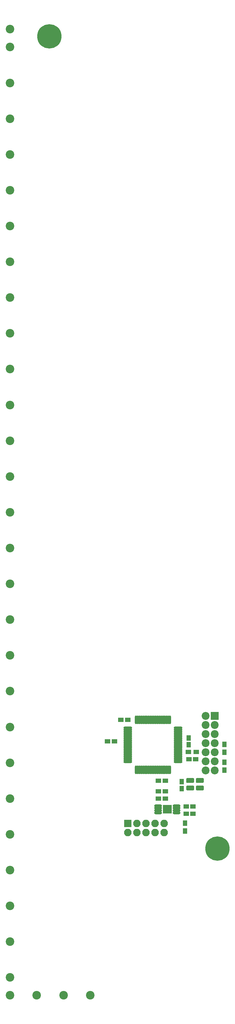
<source format=gts>
G04 #@! TF.GenerationSoftware,KiCad,Pcbnew,(5.0.0)*
G04 #@! TF.CreationDate,2018-08-18T19:39:24+09:00*
G04 #@! TF.ProjectId,TouchSensor,546F75636853656E736F722E6B696361,rev?*
G04 #@! TF.SameCoordinates,Original*
G04 #@! TF.FileFunction,Soldermask,Top*
G04 #@! TF.FilePolarity,Negative*
%FSLAX46Y46*%
G04 Gerber Fmt 4.6, Leading zero omitted, Abs format (unit mm)*
G04 Created by KiCad (PCBNEW (5.0.0)) date 08/18/18 19:39:24*
%MOMM*%
%LPD*%
G01*
G04 APERTURE LIST*
%ADD10C,6.800000*%
%ADD11O,2.100000X2.100000*%
%ADD12R,2.100000X2.100000*%
%ADD13R,1.600000X1.150000*%
%ADD14R,1.150000X1.600000*%
%ADD15C,2.398980*%
%ADD16R,1.300000X1.600000*%
%ADD17C,0.100000*%
%ADD18C,1.400000*%
%ADD19R,2.200000X2.200000*%
%ADD20C,2.200000*%
%ADD21R,1.600000X1.300000*%
%ADD22O,2.200000X0.800000*%
%ADD23C,2.400000*%
%ADD24O,2.400000X0.650000*%
%ADD25O,0.650000X2.400000*%
G04 APERTURE END LIST*
D10*
G04 #@! TO.C,REF\002A\002A*
X111000000Y-52000000D03*
G04 #@! TD*
D11*
G04 #@! TO.C,P1*
X143160000Y-274540000D03*
X143160000Y-272000000D03*
X140620000Y-274540000D03*
X140620000Y-272000000D03*
X138080000Y-274540000D03*
X138080000Y-272000000D03*
X135540000Y-274540000D03*
X135540000Y-272000000D03*
X133000000Y-274540000D03*
D12*
X133000000Y-272000000D03*
G04 #@! TD*
D13*
G04 #@! TO.C,C1*
X149300000Y-269250000D03*
X151200000Y-269250000D03*
G04 #@! TD*
G04 #@! TO.C,C2*
X151200000Y-267250000D03*
X149300000Y-267250000D03*
G04 #@! TD*
G04 #@! TO.C,C3*
X141550000Y-265000000D03*
X143450000Y-265000000D03*
G04 #@! TD*
G04 #@! TO.C,C4*
X143450000Y-263000000D03*
X141550000Y-263000000D03*
G04 #@! TD*
D14*
G04 #@! TO.C,C5*
X148000000Y-260300000D03*
X148000000Y-262200000D03*
G04 #@! TD*
D13*
G04 #@! TO.C,C6*
X150050000Y-254000000D03*
X151950000Y-254000000D03*
G04 #@! TD*
G04 #@! TO.C,C7*
X132950000Y-243000000D03*
X131050000Y-243000000D03*
G04 #@! TD*
D14*
G04 #@! TO.C,C8*
X150000000Y-248050000D03*
X150000000Y-249950000D03*
G04 #@! TD*
D13*
G04 #@! TO.C,C9*
X127300000Y-249000000D03*
X129200000Y-249000000D03*
G04 #@! TD*
G04 #@! TO.C,C10*
X143450000Y-260000000D03*
X141550000Y-260000000D03*
G04 #@! TD*
D15*
G04 #@! TO.C,J1*
X100000000Y-50000000D03*
G04 #@! TD*
G04 #@! TO.C,J2*
X100000000Y-55000000D03*
G04 #@! TD*
G04 #@! TO.C,J3*
X100000000Y-65000000D03*
G04 #@! TD*
G04 #@! TO.C,J4*
X100000000Y-75000000D03*
G04 #@! TD*
G04 #@! TO.C,J5*
X100000000Y-85000000D03*
G04 #@! TD*
G04 #@! TO.C,J6*
X100000000Y-95000000D03*
G04 #@! TD*
G04 #@! TO.C,J7*
X100000000Y-105000000D03*
G04 #@! TD*
G04 #@! TO.C,J8*
X100000000Y-115000000D03*
G04 #@! TD*
G04 #@! TO.C,J9*
X100000000Y-125000000D03*
G04 #@! TD*
G04 #@! TO.C,J10*
X100000000Y-135000000D03*
G04 #@! TD*
G04 #@! TO.C,J11*
X100000000Y-145000000D03*
G04 #@! TD*
G04 #@! TO.C,J12*
X100000000Y-155000000D03*
G04 #@! TD*
G04 #@! TO.C,J13*
X100000000Y-165000000D03*
G04 #@! TD*
G04 #@! TO.C,J14*
X100000000Y-175000000D03*
G04 #@! TD*
G04 #@! TO.C,J15*
X100000000Y-185000000D03*
G04 #@! TD*
G04 #@! TO.C,J16*
X100000000Y-195000000D03*
G04 #@! TD*
G04 #@! TO.C,J17*
X100000000Y-205000000D03*
G04 #@! TD*
G04 #@! TO.C,J18*
X100000000Y-215000000D03*
G04 #@! TD*
G04 #@! TO.C,J19*
X100000000Y-225000000D03*
G04 #@! TD*
G04 #@! TO.C,J20*
X100000000Y-235000000D03*
G04 #@! TD*
G04 #@! TO.C,J21*
X100000000Y-245000000D03*
G04 #@! TD*
G04 #@! TO.C,J22*
X100000000Y-255000000D03*
G04 #@! TD*
G04 #@! TO.C,J23*
X100000000Y-265000000D03*
G04 #@! TD*
G04 #@! TO.C,J24*
X100000000Y-275000000D03*
G04 #@! TD*
G04 #@! TO.C,J25*
X100000000Y-285000000D03*
G04 #@! TD*
G04 #@! TO.C,J26*
X100000000Y-295000000D03*
G04 #@! TD*
G04 #@! TO.C,J27*
X100000000Y-305000000D03*
G04 #@! TD*
G04 #@! TO.C,J28*
X100000000Y-315000000D03*
G04 #@! TD*
G04 #@! TO.C,J29*
X100000000Y-320000000D03*
G04 #@! TD*
G04 #@! TO.C,J30*
X107500000Y-320000000D03*
G04 #@! TD*
G04 #@! TO.C,J31*
X115000000Y-320000000D03*
G04 #@! TD*
G04 #@! TO.C,J32*
X122500000Y-320000000D03*
G04 #@! TD*
D16*
G04 #@! TO.C,L1*
X149000000Y-274100000D03*
X149000000Y-271900000D03*
G04 #@! TD*
D17*
G04 #@! TO.C,O1*
G36*
X151184306Y-261351685D02*
X151218282Y-261356725D01*
X151251600Y-261365071D01*
X151283939Y-261376642D01*
X151314989Y-261391328D01*
X151344450Y-261408986D01*
X151372038Y-261429446D01*
X151397487Y-261452513D01*
X151420554Y-261477962D01*
X151441014Y-261505550D01*
X151458672Y-261535011D01*
X151473358Y-261566061D01*
X151484929Y-261598400D01*
X151493275Y-261631718D01*
X151498315Y-261665694D01*
X151500000Y-261700000D01*
X151500000Y-262400000D01*
X151498315Y-262434306D01*
X151493275Y-262468282D01*
X151484929Y-262501600D01*
X151473358Y-262533939D01*
X151458672Y-262564989D01*
X151441014Y-262594450D01*
X151420554Y-262622038D01*
X151397487Y-262647487D01*
X151372038Y-262670554D01*
X151344450Y-262691014D01*
X151314989Y-262708672D01*
X151283939Y-262723358D01*
X151251600Y-262734929D01*
X151218282Y-262743275D01*
X151184306Y-262748315D01*
X151150000Y-262750000D01*
X149650000Y-262750000D01*
X149615694Y-262748315D01*
X149581718Y-262743275D01*
X149548400Y-262734929D01*
X149516061Y-262723358D01*
X149485011Y-262708672D01*
X149455550Y-262691014D01*
X149427962Y-262670554D01*
X149402513Y-262647487D01*
X149379446Y-262622038D01*
X149358986Y-262594450D01*
X149341328Y-262564989D01*
X149326642Y-262533939D01*
X149315071Y-262501600D01*
X149306725Y-262468282D01*
X149301685Y-262434306D01*
X149300000Y-262400000D01*
X149300000Y-261700000D01*
X149301685Y-261665694D01*
X149306725Y-261631718D01*
X149315071Y-261598400D01*
X149326642Y-261566061D01*
X149341328Y-261535011D01*
X149358986Y-261505550D01*
X149379446Y-261477962D01*
X149402513Y-261452513D01*
X149427962Y-261429446D01*
X149455550Y-261408986D01*
X149485011Y-261391328D01*
X149516061Y-261376642D01*
X149548400Y-261365071D01*
X149581718Y-261356725D01*
X149615694Y-261351685D01*
X149650000Y-261350000D01*
X151150000Y-261350000D01*
X151184306Y-261351685D01*
X151184306Y-261351685D01*
G37*
D18*
X150400000Y-262050000D03*
D17*
G36*
X153884306Y-261351685D02*
X153918282Y-261356725D01*
X153951600Y-261365071D01*
X153983939Y-261376642D01*
X154014989Y-261391328D01*
X154044450Y-261408986D01*
X154072038Y-261429446D01*
X154097487Y-261452513D01*
X154120554Y-261477962D01*
X154141014Y-261505550D01*
X154158672Y-261535011D01*
X154173358Y-261566061D01*
X154184929Y-261598400D01*
X154193275Y-261631718D01*
X154198315Y-261665694D01*
X154200000Y-261700000D01*
X154200000Y-262400000D01*
X154198315Y-262434306D01*
X154193275Y-262468282D01*
X154184929Y-262501600D01*
X154173358Y-262533939D01*
X154158672Y-262564989D01*
X154141014Y-262594450D01*
X154120554Y-262622038D01*
X154097487Y-262647487D01*
X154072038Y-262670554D01*
X154044450Y-262691014D01*
X154014989Y-262708672D01*
X153983939Y-262723358D01*
X153951600Y-262734929D01*
X153918282Y-262743275D01*
X153884306Y-262748315D01*
X153850000Y-262750000D01*
X152350000Y-262750000D01*
X152315694Y-262748315D01*
X152281718Y-262743275D01*
X152248400Y-262734929D01*
X152216061Y-262723358D01*
X152185011Y-262708672D01*
X152155550Y-262691014D01*
X152127962Y-262670554D01*
X152102513Y-262647487D01*
X152079446Y-262622038D01*
X152058986Y-262594450D01*
X152041328Y-262564989D01*
X152026642Y-262533939D01*
X152015071Y-262501600D01*
X152006725Y-262468282D01*
X152001685Y-262434306D01*
X152000000Y-262400000D01*
X152000000Y-261700000D01*
X152001685Y-261665694D01*
X152006725Y-261631718D01*
X152015071Y-261598400D01*
X152026642Y-261566061D01*
X152041328Y-261535011D01*
X152058986Y-261505550D01*
X152079446Y-261477962D01*
X152102513Y-261452513D01*
X152127962Y-261429446D01*
X152155550Y-261408986D01*
X152185011Y-261391328D01*
X152216061Y-261376642D01*
X152248400Y-261365071D01*
X152281718Y-261356725D01*
X152315694Y-261351685D01*
X152350000Y-261350000D01*
X153850000Y-261350000D01*
X153884306Y-261351685D01*
X153884306Y-261351685D01*
G37*
D18*
X153100000Y-262050000D03*
D17*
G36*
X151184306Y-259251685D02*
X151218282Y-259256725D01*
X151251600Y-259265071D01*
X151283939Y-259276642D01*
X151314989Y-259291328D01*
X151344450Y-259308986D01*
X151372038Y-259329446D01*
X151397487Y-259352513D01*
X151420554Y-259377962D01*
X151441014Y-259405550D01*
X151458672Y-259435011D01*
X151473358Y-259466061D01*
X151484929Y-259498400D01*
X151493275Y-259531718D01*
X151498315Y-259565694D01*
X151500000Y-259600000D01*
X151500000Y-260300000D01*
X151498315Y-260334306D01*
X151493275Y-260368282D01*
X151484929Y-260401600D01*
X151473358Y-260433939D01*
X151458672Y-260464989D01*
X151441014Y-260494450D01*
X151420554Y-260522038D01*
X151397487Y-260547487D01*
X151372038Y-260570554D01*
X151344450Y-260591014D01*
X151314989Y-260608672D01*
X151283939Y-260623358D01*
X151251600Y-260634929D01*
X151218282Y-260643275D01*
X151184306Y-260648315D01*
X151150000Y-260650000D01*
X149650000Y-260650000D01*
X149615694Y-260648315D01*
X149581718Y-260643275D01*
X149548400Y-260634929D01*
X149516061Y-260623358D01*
X149485011Y-260608672D01*
X149455550Y-260591014D01*
X149427962Y-260570554D01*
X149402513Y-260547487D01*
X149379446Y-260522038D01*
X149358986Y-260494450D01*
X149341328Y-260464989D01*
X149326642Y-260433939D01*
X149315071Y-260401600D01*
X149306725Y-260368282D01*
X149301685Y-260334306D01*
X149300000Y-260300000D01*
X149300000Y-259600000D01*
X149301685Y-259565694D01*
X149306725Y-259531718D01*
X149315071Y-259498400D01*
X149326642Y-259466061D01*
X149341328Y-259435011D01*
X149358986Y-259405550D01*
X149379446Y-259377962D01*
X149402513Y-259352513D01*
X149427962Y-259329446D01*
X149455550Y-259308986D01*
X149485011Y-259291328D01*
X149516061Y-259276642D01*
X149548400Y-259265071D01*
X149581718Y-259256725D01*
X149615694Y-259251685D01*
X149650000Y-259250000D01*
X151150000Y-259250000D01*
X151184306Y-259251685D01*
X151184306Y-259251685D01*
G37*
D18*
X150400000Y-259950000D03*
D17*
G36*
X153884306Y-259251685D02*
X153918282Y-259256725D01*
X153951600Y-259265071D01*
X153983939Y-259276642D01*
X154014989Y-259291328D01*
X154044450Y-259308986D01*
X154072038Y-259329446D01*
X154097487Y-259352513D01*
X154120554Y-259377962D01*
X154141014Y-259405550D01*
X154158672Y-259435011D01*
X154173358Y-259466061D01*
X154184929Y-259498400D01*
X154193275Y-259531718D01*
X154198315Y-259565694D01*
X154200000Y-259600000D01*
X154200000Y-260300000D01*
X154198315Y-260334306D01*
X154193275Y-260368282D01*
X154184929Y-260401600D01*
X154173358Y-260433939D01*
X154158672Y-260464989D01*
X154141014Y-260494450D01*
X154120554Y-260522038D01*
X154097487Y-260547487D01*
X154072038Y-260570554D01*
X154044450Y-260591014D01*
X154014989Y-260608672D01*
X153983939Y-260623358D01*
X153951600Y-260634929D01*
X153918282Y-260643275D01*
X153884306Y-260648315D01*
X153850000Y-260650000D01*
X152350000Y-260650000D01*
X152315694Y-260648315D01*
X152281718Y-260643275D01*
X152248400Y-260634929D01*
X152216061Y-260623358D01*
X152185011Y-260608672D01*
X152155550Y-260591014D01*
X152127962Y-260570554D01*
X152102513Y-260547487D01*
X152079446Y-260522038D01*
X152058986Y-260494450D01*
X152041328Y-260464989D01*
X152026642Y-260433939D01*
X152015071Y-260401600D01*
X152006725Y-260368282D01*
X152001685Y-260334306D01*
X152000000Y-260300000D01*
X152000000Y-259600000D01*
X152001685Y-259565694D01*
X152006725Y-259531718D01*
X152015071Y-259498400D01*
X152026642Y-259466061D01*
X152041328Y-259435011D01*
X152058986Y-259405550D01*
X152079446Y-259377962D01*
X152102513Y-259352513D01*
X152127962Y-259329446D01*
X152155550Y-259308986D01*
X152185011Y-259291328D01*
X152216061Y-259276642D01*
X152248400Y-259265071D01*
X152281718Y-259256725D01*
X152315694Y-259251685D01*
X152350000Y-259250000D01*
X153850000Y-259250000D01*
X153884306Y-259251685D01*
X153884306Y-259251685D01*
G37*
D18*
X153100000Y-259950000D03*
G04 #@! TD*
D19*
G04 #@! TO.C,P2*
X157270000Y-241880000D03*
D20*
X154730000Y-241880000D03*
X157270000Y-244420000D03*
X154730000Y-244420000D03*
X157270000Y-246960000D03*
X154730000Y-246960000D03*
X157270000Y-249500000D03*
X154730000Y-249500000D03*
X157270000Y-252040000D03*
X154730000Y-252040000D03*
X157270000Y-254580000D03*
X154730000Y-254580000D03*
X157270000Y-257120000D03*
X154730000Y-257120000D03*
G04 #@! TD*
D16*
G04 #@! TO.C,R1*
X160000000Y-252100000D03*
X160000000Y-249900000D03*
G04 #@! TD*
G04 #@! TO.C,R2*
X160000000Y-257100000D03*
X160000000Y-254900000D03*
G04 #@! TD*
D21*
G04 #@! TO.C,R3*
X152100000Y-252000000D03*
X149900000Y-252000000D03*
G04 #@! TD*
D22*
G04 #@! TO.C,U1*
X146600000Y-267025000D03*
X141400000Y-267025000D03*
X146600000Y-267675000D03*
X141400000Y-267675000D03*
X146600000Y-268325000D03*
X141400000Y-268325000D03*
X146600000Y-268975000D03*
X141400000Y-268975000D03*
D23*
X144000000Y-268000000D03*
D17*
G36*
X142800000Y-266800000D02*
X145200000Y-266800000D01*
X145200000Y-269200000D01*
X142800000Y-269200000D01*
X142800000Y-266800000D01*
X142800000Y-266800000D01*
G37*
G04 #@! TD*
D24*
G04 #@! TO.C,U2*
X147000000Y-254750000D03*
X147000000Y-254250000D03*
X147000000Y-253750000D03*
X147000000Y-253250000D03*
X147000000Y-252750000D03*
X147000000Y-252250000D03*
X147000000Y-251750000D03*
X147000000Y-251250000D03*
X147000000Y-250750000D03*
X147000000Y-250250000D03*
X147000000Y-249750000D03*
X147000000Y-249250000D03*
X147000000Y-248750000D03*
X147000000Y-248250000D03*
X147000000Y-247750000D03*
X147000000Y-247250000D03*
X147000000Y-246750000D03*
X147000000Y-246250000D03*
X147000000Y-245750000D03*
X147000000Y-245250000D03*
D25*
X144750000Y-243000000D03*
X144250000Y-243000000D03*
X143750000Y-243000000D03*
X143250000Y-243000000D03*
X142750000Y-243000000D03*
X142250000Y-243000000D03*
X141750000Y-243000000D03*
X141250000Y-243000000D03*
X140750000Y-243000000D03*
X140250000Y-243000000D03*
X139750000Y-243000000D03*
X139250000Y-243000000D03*
X138750000Y-243000000D03*
X138250000Y-243000000D03*
X137750000Y-243000000D03*
X137250000Y-243000000D03*
X136750000Y-243000000D03*
X136250000Y-243000000D03*
X135750000Y-243000000D03*
X135250000Y-243000000D03*
D24*
X133000000Y-245250000D03*
X133000000Y-245750000D03*
X133000000Y-246250000D03*
X133000000Y-246750000D03*
X133000000Y-247250000D03*
X133000000Y-247750000D03*
X133000000Y-248250000D03*
X133000000Y-248750000D03*
X133000000Y-249250000D03*
X133000000Y-249750000D03*
X133000000Y-250250000D03*
X133000000Y-250750000D03*
X133000000Y-251250000D03*
X133000000Y-251750000D03*
X133000000Y-252250000D03*
X133000000Y-252750000D03*
X133000000Y-253250000D03*
X133000000Y-253750000D03*
X133000000Y-254250000D03*
X133000000Y-254750000D03*
D25*
X135250000Y-257000000D03*
X135750000Y-257000000D03*
X136250000Y-257000000D03*
X136750000Y-257000000D03*
X137250000Y-257000000D03*
X137750000Y-257000000D03*
X138250000Y-257000000D03*
X138750000Y-257000000D03*
X139250000Y-257000000D03*
X139750000Y-257000000D03*
X140250000Y-257000000D03*
X140750000Y-257000000D03*
X141250000Y-257000000D03*
X141750000Y-257000000D03*
X142250000Y-257000000D03*
X142750000Y-257000000D03*
X143250000Y-257000000D03*
X143750000Y-257000000D03*
X144250000Y-257000000D03*
X144750000Y-257000000D03*
G04 #@! TD*
D10*
G04 #@! TO.C,REF\002A\002A*
X158000000Y-279000000D03*
G04 #@! TD*
M02*

</source>
